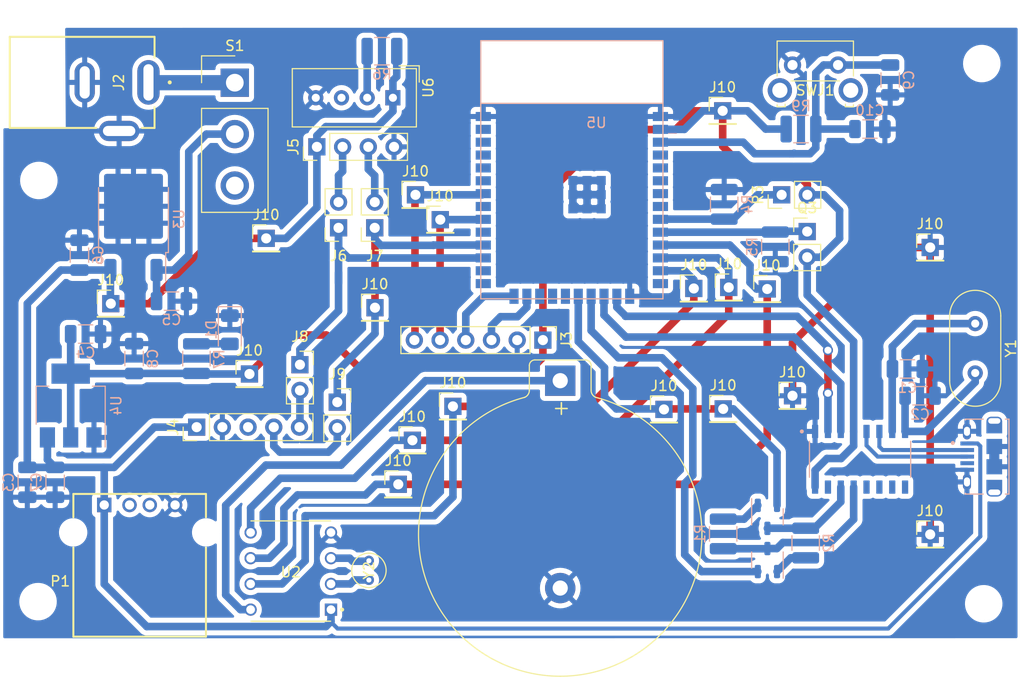
<source format=kicad_pcb>
(kicad_pcb (version 20221018) (generator pcbnew)
  (layers (0 "F.Cu" signal) (31 "B.Cu" signal) (34 "B.Paste" user) (35 "F.Paste" user) (36 "B.SilkS" user "B.Silkscreen") (37 "F.SilkS" user "F.Silkscreen") (38 "B.Mask" user) (39 "F.Mask" user) (44 "Edge.Cuts" user))
  (net 0 "")
  (net 1 "/Vpila")
  (net 2 "GND")
  (net 3 "/XI")
  (net 4 "/XO")
  (net 5 "+5V")
  (net 6 "+3V3")
  (net 7 "VCC")
  (net 8 "Net-(Q1-B)")
  (net 9 "/EN")
  (net 10 "/RST")
  (net 11 "Net-(Q2-B)")
  (net 12 "/ID0")
  (net 13 "/DTR")
  (net 14 "/ADC_PD")
  (net 15 "/ADC_LDR")
  (net 16 "/GPIO_DHT22")
  (net 18 "Net-(U2-X2)")
  (net 19 "Net-(U2-X1)")
  (net 20 "/Vin")
  (net 21 "/-D")
  (net 22 "/+D")
  (net 24 "/SCL")
  (net 25 "/SDA")
  (net 26 "/CSB")
  (net 27 "/SDO")
  (net 28 "/TX{slash}RX_Dir_0")
  (net 29 "/RX0")
  (net 30 "/TX0")
  (net 33 "/Tx")
  (net 34 "/Rx")
  (net 40 "/TX01")
  (net 41 "/RX01")
  (net 42 "/TX pin")
  (net 43 "/RX pin")
  (net 48 "/Data")
  (net 49 "/RESET")
  (net 50 "/CLK")
  (net 53 "/Led prueba")
  (net 63 "Net-(U5-THERMAL@39-PadGND@39)")
  (net 64 "Net-(D1-A)")
  (net 67 "/EN 1")
  (footprint "Connector_PinHeader_2.54mm:PinHeader_1x02_P2.54mm_Vertical" (layer "F.Cu") (at 237 83.825)
    (fp_text reference "Q3")
    (fp_text value "Fototransistor" hide)
  )
  (footprint "Connector_PinSocket_2.54mm:PinSocket_1x02_P2.54mm_Vertical" (layer "F.Cu") (at 190.575 100.68)
    (fp_text reference "J9")
    (fp_text value "Screw_Terminal_01x02" hide)
  )
  (footprint "Connector_Samtec_HPM_THT:Samtec_HPM-03-05-x-S_Straight_1x03_Pitch5.08mm" (layer "F.Cu") (at 180.45 69.12)
    (fp_text reference "S1")
    (fp_text value "RB141C1100" hide)
  )
  (footprint "Connector_PinHeader_2.54mm:PinHeader_1x01_P2.54mm_Vertical" (layer "F.Cu") (at 196.6 108.8)
    (fp_text reference "J10")
    (fp_text value "Screw_Terminal_01x01" hide)
  )
  (footprint "Connector_PinHeader_2.54mm:PinHeader_1x04_P2.54mm_Vertical" (layer "F.Cu") (at 188.56 75.46 90)
    (fp_text reference "J5")
    (fp_text value "Screw_Terminal_01x04" hide)
  )
  (footprint "Connector_PinHeader_2.54mm:PinHeader_1x01_P2.54mm_Vertical" (layer "F.Cu") (at 202 101.1)
    (fp_text reference "J10")
    (fp_text value "Screw_Terminal_01x01" hide)
  )
  (footprint "MountingHole:MountingHole_3.2mm_M3" (layer "F.Cu") (at 254.44 120.6)
    (fp_text reference "H4" hide)
    (fp_text value "MountingHole" hide)
  )
  (footprint "Connector_PinHeader_2.54mm:PinHeader_1x01_P2.54mm_Vertical" (layer "F.Cu") (at 198.3 80.2)
    (fp_text reference "J10")
    (fp_text value "Screw_Terminal_01x01" hide)
  )
  (footprint "Connector_PinHeader_2.54mm:PinHeader_1x01_P2.54mm_Vertical" (layer "F.Cu") (at 249.15 113.75)
    (fp_text reference "J10")
    (fp_text value "Screw_Terminal_01x01" hide)
  )
  (footprint "MountingHole:MountingHole_3.2mm_M3" (layer "F.Cu") (at 161.09 78.78)
    (fp_text reference "H2" hide)
    (fp_text value "MountingHole" hide)
  )
  (footprint "usb:OST_USB-A1HSW6" (layer "F.Cu") (at 171.05 117.35)
    (fp_text reference "P1")
    (fp_text value "USB-A1HSW6")
  )
  (footprint "Connector_PinHeader_2.54mm:PinHeader_1x01_P2.54mm_Vertical" (layer "F.Cu") (at 194.3 91.35)
    (fp_text reference "J10")
    (fp_text value "Screw_Terminal_01x01" hide)
  )
  (footprint "Connector_PinSocket_2.54mm:PinSocket_1x02_P2.54mm_Vertical" (layer "F.Cu") (at 186.885 96.98)
    (fp_text reference "J8")
    (fp_text value "Screw_Terminal_01x02" hide)
  )
  (footprint "Connector_PinHeader_2.54mm:PinHeader_1x01_P2.54mm_Vertical" (layer "F.Cu") (at 181.9 97.9)
    (fp_text reference "J10")
    (fp_text value "Screw_Terminal_01x01" hide)
  )
  (footprint "Battery:BatteryHolder_Keystone_105_1x2430" (layer "F.Cu") (at 212.6 98.56 -90)
    (fp_text reference "BT1" hide)
    (fp_text value "Pila" hide)
  )
  (footprint "Connector_PinHeader_2.54mm:PinHeader_1x05_P2.54mm_Vertical" (layer "F.Cu") (at 176.68 103.15 90)
    (fp_text reference "J4")
    (fp_text value "Screw_Terminal_01x05" hide)
  )
  (footprint "Crystal:Crystal_C38-LF_D3.0mm_L8.0mm_Vertical" (layer "F.Cu") (at 193.7 116.35 -90)
    (fp_text reference "Y2")
    (fp_text value "Crystal" hide)
  )
  (footprint "Connector_PinHeader_2.54mm:PinHeader_1x01_P2.54mm_Vertical" (layer "F.Cu") (at 233.05 89.5)
    (fp_text reference "J10")
    (fp_text value "Screw_Terminal_01x01" hide)
  )
  (footprint "Crystal:Crystal_HC49-4H_Vertical" (layer "F.Cu") (at 253.6 92.92 -90)
    (fp_text reference "Y1")
    (fp_text value "Crystal")
  )
  (footprint "Connector_PinHeader_2.54mm:PinHeader_1x01_P2.54mm_Vertical" (layer "F.Cu") (at 200.75 82.65)
    (fp_text reference "J10")
    (fp_text value "Screw_Terminal_01x01" hide)
  )
  (footprint "MountingHole:MountingHole_3.2mm_M3" (layer "F.Cu") (at 254.25 67.23)
    (fp_text reference "H3" hide)
    (fp_text value "MountingHole" hide)
  )
  (footprint "Connector_PinHeader_2.54mm:PinHeader_1x01_P2.54mm_Vertical" (layer "F.Cu") (at 228.7 101.35)
    (fp_text reference "J10")
    (fp_text value "Screw_Terminal_01x01" hide)
  )
  (footprint "Connector_PinHeader_2.54mm:PinHeader_1x06_P2.54mm_Vertical" (layer "F.Cu") (at 210.89 94.55 -90)
    (fp_text reference "J3")
    (fp_text value "bmp280" hide)
  )
  (footprint "Connector_PinSocket_2.54mm:PinSocket_1x02_P2.54mm_Vertical" (layer "F.Cu") (at 190.7 83.46 180)
    (fp_text reference "J6")
    (fp_text value "Screw_Terminal_01x02" hide)
  )
  (footprint "jack:GCT_DCJ200-10-A-XX-K_REVA" (layer "F.Cu") (at 165.37 69.09 -90)
    (fp_text reference "J2")
    (fp_text value "DCJ200-10-A-XX-K_REVA" hide)
  )
  (footprint "Connector_PinSocket_2.54mm:PinSocket_1x02_P2.54mm_Vertical" (layer "F.Cu") (at 194.275 83.46 180)
    (fp_text reference "J7")
    (fp_text value "Screw_Terminal_01x02" hide)
  )
  (footprint "Sensor:Aosong_DHT11_5.5x12.0_P2.54mm" (layer "F.Cu") (at 196.07 70.61 -90)
    (fp_text reference "U6")
    (fp_text value "DHT11")
  )
  (footprint "Connector_PinHeader_2.54mm:PinHeader_1x01_P2.54mm_Vertical" (layer "F.Cu") (at 229.25 89.35)
    (fp_text reference "J10")
    (fp_text value "Screw_Terminal_01x01" hide)
  )
  (footprint "Connector_PinHeader_2.54mm:PinHeader_1x01_P2.54mm_Vertical" (layer "F.Cu") (at 183.55 84.5)
    (fp_text reference "J10")
    (fp_text value "Screw_Terminal_01x01" hide)
  )
  (footprint "Button_Switch_THT:SW_SPST_Omron_B3F-315x_Angled" (layer "F.Cu") (at 235.549999 67.375)
    (fp_text reference "SWJ1")
    (fp_text value "SW_MEC_5G")
  )
  (footprint "ds1302:DIP794W47P254L991H457Q8" (layer "F.Cu") (at 185.9822 117.369 180)
    (fp_text reference "U2")
    (fp_text value "DS1302" hide)
  )
  (footprint "MountingHole:MountingHole_3.2mm_M3" (layer "F.Cu") (at 161.01 120.39)
    (fp_text reference "H1" hide)
    (fp_text value "MountingHole" hide)
  )
  (footprint "Connector_PinHeader_2.54mm:PinHeader_1x01_P2.54mm_Vertical" (layer "F.Cu") (at 225.8 89.45)
    (fp_text reference "J10")
    (fp_text value "Screw_Terminal_01x01" hide)
  )
  (footprint "Connector_PinHeader_2.54mm:PinHeader_1x01_P2.54mm_Vertical" (layer "F.Cu") (at 198 104.45)
    (fp_text reference "J10")
    (fp_text value "Screw_Terminal_01x01" hide)
  )
  (footprint "Connector_PinHeader_2.54mm:PinHeader_1x01_P2.54mm_Vertical" (layer "F.Cu") (at 235.55 100.05)
    (fp_text reference "J10")
    (fp_text value "Screw_Terminal_01x01" hide)
  )
  (footprint "Connector_PinHeader_2.54mm:PinHeader_1x02_P2.54mm_Vertical" (layer "F.Cu") (at 234.475 80.2 90)
    (fp_text reference "R3")
    (fp_text value "LDR07" hide)
  )
  (footprint "Connector_PinHeader_2.54mm:PinHeader_1x01_P2.54mm_Vertical" (layer "F.Cu") (at 222.85 101.4)
    (fp_text reference "J10")
    (fp_text value "Screw_Terminal_01x01" hide)
  )
  (footprint "Connector_PinHeader_2.54mm:PinHeader_1x01_P2.54mm_Vertical" (layer "F.Cu") (at 168.2 90.95)
    (fp_text reference "J10")
    (fp_text value "Screw_Terminal_01x01" hide)
  )
  (footprint "Connector_PinHeader_2.54mm:PinHeader_1x01_P2.54mm_Vertical" (layer "F.Cu") (at 228.65 71.9)
    (fp_text reference "J10")
    (fp_text value "Screw_Terminal_01x01" hide)
  )
  (footprint "Connector_PinHeader_2.54mm:PinHeader_1x01_P2.54mm_Vertical" (layer "F.Cu") (at 249.15 85.4)
    (fp_text reference "J10")
    (fp_text value "Screw_Terminal_01x01" hide)
  )
  (footprint "Capacitor_SMD:C_1206_3216Metric" (layer "B.Cu") (at 243.2 73.7 180)
    (fp_text reference "C10")
    (fp_text value "0.1u")
  )
  (footprint "Resistor_SMD:R_1210_3225Metric" (layer "B.Cu") (at 228.8 81.1375 90)
    (fp_text reference "R4")
    (fp_text value "5,6K")
  )
  (footprint "micro usb:AMPHENOL_10118194-0001LF" (layer "B.Cu") (at 255.4853 106.06265 -90)
    (fp_text reference "J1" hide)
    (fp_text value "10118194-0001LF" hide)
  )
  (footprint "Capacitor_SMD:C_1206_3216Metric" (layer "B.Cu") (at 174.1932 90.7034)
    (fp_text reference "C5")
    (fp_text value "10u")
  )
  (footprint "esp32:ESP32-WROOM-32E" (layer "B.Cu") (at 213.75 80.715 180)
    (fp_text reference "U5")
    (fp_text value "ESP32-WROOM-32E" hide)
  )
  (footprint "Package_TO_SOT_SMD:SOT-23-3" (layer "B.Cu") (at 233.0704 112.014 -90)
    (fp_text reference "Q1" hide)
    (fp_text value "BC847" hide)
  )
  (footprint "LED_SMD:LED_1206_3216Metric" (layer "B.Cu") (at 179.96 93.53 -90)
    (fp_text reference "D1")
    (fp_text value "LED")
  )
  (footprint "Capacitor_SMD:C_1206_3216Metric" (layer "B.Cu") (at 170.5 96.375 90)
    (fp_text reference "C8")
    (fp_text value "10u")
  )
  (footprint "Resistor_SMD:R_1210_3225Metric" (layer "B.Cu") (at 176.66 96.38 90)
    (fp_text reference "R7")
    (fp_text value "330")
  )
  (footprint "Capacitor_SMD:C_1206_3216Metric" (layer "B.Cu") (at 165.1 86.1568 90)
    (fp_text reference "C6")
    (fp_text value "10u")
  )
  (footprint "Package_TO_SOT_SMD:SOT-223-3_TabPin2" (layer "B.Cu") (at 164.2364 101.0158 90)
    (fp_text reference "U4")
    (fp_text value "AMS1117")
  )
  (footprint "Capacitor_SMD:C_1206_3216Metric" (layer "B.Cu") (at 245.2 68.85 90)
    (fp_text reference "C9")
    (fp_text value "0.1u")
  )
  (footprint "Package_TO_SOT_SMD:TO-252-2" (layer "B.Cu") (at 170.44 82.59 90)
    (fp_text reference "U3")
    (fp_text value "KA78M05_TO252" hide)
  )
  (footprint "Capacitor_SMD:C_1206_3216Metric" (layer "B.Cu") (at 159.95 108.6 -90)
    (fp_text reference "C3")
    (fp_text value "0,1uF")
  )
  (footprint "Capacitor_SMD:C_1206_3216Metric" (layer "B.Cu") (at 248.15 100.05)
    (fp_text reference "C2")
    (fp_text value "22n")
  )
  (footprint "Capacitor_SMD:C_1206_3216Metric" (layer "B.Cu") (at 162.7 108.6 -90)
    (fp_text reference "C7")
    (fp_text value "10u")
  )
  (footprint "Resistor_SMD:R_1210_3225Metric" (layer "B.Cu") (at 233.85 85.3375 -90)
    (fp_text reference "R5")
    (fp_text value "1M")
  )
  (footprint "Resistor_SMD:R_1210_3225Metric" (layer "B.Cu") (at 236.85 114.6 90)
    (fp_text reference "R2")
    (fp_text value "10k")
  )
  (footprint "Capacitor_SMD:C_1206_3216Metric" (layer "B.Cu") (at 165.7078 93.9546)
    (fp_text reference "C4")
    (fp_text value "10uF")
  )
  (footprint "Resistor_SMD:R_1210_3225Metric" (layer "B.Cu") (at 194.9875 66.01)
    (fp_text reference "R6")
    (fp_text value "4,7K")
  )
  (footprint "Resistor_SMD:R_1210_3225Metric" (layer "B.Cu") (at 228.7 113.7 -90)
    (fp_text reference "R1")
    (fp_text value "10k")
  )
  (footprint "Package_TO_SOT_SMD:SOT-23-3" (layer "B.Cu") (at 233.0704 116.2812 90)
    (fp_text reference "Q2" hide)
    (fp_text value "BC847" hide)
  )
  (footprint "Resistor_SMD:R_1210_3225Metric" (layer "B.Cu") (at 236.3875 73.7 180)
    (fp_text reference "R9")
    (fp_text value "4.7k")
  )
  (footprint "ch340:SOIC127P600X180-16N" (layer "B.Cu") (at 242.225 106.3244 -90)
    (fp_text reference "U1" hide)
    (fp_text value "CH340G" hide)
  )
  (footprint "Capacitor_SMD:C_1206_3216Metric" (layer "B.Cu") (at 246.9 97.4)
    (fp_text reference "C1")
    (fp_text value "22n")
  )
  (segment (start 181.009 121.179) (end 182.0122 121.179) (width 0.75) (layer "B.Cu") (net 1))
  (segment (start 190.95 106.9) (end 183.52 106.9) (width 0.75) (layer "B.Cu") (net 1))
  (segment (start 179.55 110.87) (end 179.55 119.72) (width 0.75) (layer "B.Cu") (net 1))
  (segment (start 212.6 98.56) (end 199.29 98.56) (width 0.75) (layer "B.Cu") (net 1))
  (segment (start 183.52 106.9) (end 179.55 110.87) (width 0.75) (layer "B.Cu") (net 1))
  (segment (start 199.29 98.56) (end 190.95 106.9) (width 0.75) (layer "B.Cu") (net 1))
  (segment (start 179.55 119.72) (end 181.009 121.179) (width 0.75) (layer "B.Cu") (net 1))
  (segment (start 235.55 100.05) (end 235.55 94.8) (width 0.75) (layer "F.Cu") (net 2))
  (segment (start 244.95 85.4) (end 249.15 85.4) (width 0.75) (layer "F.Cu") (net 2))
  (segment (start 249.15 85.4) (end 249.15 113.75) (width 0.75) (layer "F.Cu") (net 2))
  (segment (start 235.55 94.8) (end 244.95 85.4) (width 0.75) (layer "F.Cu") (net 2))
  (segment (start 250.8 107.55) (end 250.98735 107.36265) (width 0.4) (layer "B.Cu") (net 2))
  (segment (start 250.98735 107.36265) (end 252.8103 107.36265) (width 0.4) (layer "B.Cu") (net 2))
  (segment (start 255.4853 105.06265) (end 255.4853 107.06265) (width 1) (layer "B.Cu") (net 2))
  (segment (start 255.1853 107.36265) (end 255.4853 107.06265) (width 0.4) (layer "B.Cu") (net 2))
  (segment (start 245.4 97.425) (end 245.425 97.4) (width 0.75) (layer "B.Cu") (net 3))
  (segment (start 245.4 95.2) (end 245.425 95.225) (width 0.75) (layer "B.Cu") (net 3))
  (segment (start 245.425 97.4) (end 245.3 97.4) (width 0.75) (layer "B.Cu") (net 3))
  (segment (start 245.425 95.225) (end 245.425 97.4) (width 0.75) (layer "B.Cu") (net 3))
  (segment (start 253.6 92.92) (end 247.68 92.92) (width 0.75) (layer "B.Cu") (net 3))
  (segment (start 245.4 103.5744) (end 245.4 97.425) (width 0.75) (layer "B.Cu") (net 3))
  (segment (start 247.68 92.92) (end 245.4 95.2) (width 0.75) (layer "B.Cu") (net 3))
  (segment (start 246.67 100.055) (end 246.675 100.05) (width 0.75) (layer "B.Cu") (net 4))
  (segment (start 246.67 103.5744) (end 246.67 100.055) (width 0.75) (layer "B.Cu") (net 4))
  (segment (start 248.7256 103.5744) (end 253.6 98.7) (width 0.75) (layer "B.Cu") (net 4))
  (segment (start 253.6 98.7) (end 253.6 97.8) (width 0.75) (layer "B.Cu") (net 4))
  (segment (start 246.67 103.5744) (end 248.7256 103.5744) (width 0.75) (layer "B.Cu") (net 4))
  (segment (start 183.55 84.5) (end 178.45 84.5) (width 0.75) (layer "F.Cu") (net 5))
  (segment (start 172 90.95) (end 168.2 90.95) (width 0.75) (layer "F.Cu") (net 5))
  (segment (start 178.45 84.5) (end 172 90.95) (width 0.75) (layer "F.Cu") (net 5))
  (segment (start 189.45 73.46) (end 188.56 74.35) (width 0.75) (layer "B.Cu") (net 5))
  (segment (start 159.95 90.95) (end 159.95 107.125) (width 0.75) (layer "B.Cu") (net 5))
  (segment (start 252.8103 104.76265) (end 253.8353 104.76265) (width 0.4) (layer "B.Cu") (net 5))
  (segment (start 189.9522 122.4022) (end 189.9522 121.179) (width 0.4) (layer "B.Cu") (net 5))
  (segment (start 190.6 123.05) (end 189.9522 122.4022) (width 0.4) (layer "B.Cu") (net 5))
  (segment (start 254.1 113.9) (end 254.1 113.95) (width 0.4) (layer "B.Cu") (net 5))
  (segment (start 183.55 84.5) (end 185.5 84.5) (width 0.75) (layer "B.Cu") (net 5))
  (segment (start 168.16 87.63) (end 165.1018 87.63) (width 0.75) (layer "B.Cu") (net 5))
  (segment (start 161.9364 106.3614) (end 162.7 107.125) (width 0.75) (layer "B.Cu") (net 5))
  (segment (start 163.2682 87.6318) (end 159.95 90.95) (width 0.75) (layer "B.Cu") (net 5))
  (segment (start 167.475 107.125) (end 167.55 107.2) (width 0.75) (layer "B.Cu") (net 5))
  (segment (start 161.9364 104.1658) (end 161.9364 106.3614) (width 0.75) (layer "B.Cu") (net 5))
  (segment (start 194.55 73.46) (end 189.45 73.46) (width 0.75) (layer "B.Cu") (net 5))
  (segment (start 176.68 103.15) (end 172.5 103.15) (width 0.75) (layer "B.Cu") (net 5))
  (segment (start 254.1 113.95) (end 245 123.05) (width 0.4) (layer "B.Cu") (net 5))
  (segment (start 189.9522 121.179) (end 189.9522 122.3478) (width 0.75) (layer "B.Cu") (net 5))
  (segment (start 159.95 107.125) (end 167.475 107.125) (width 0.75) (layer "B.Cu") (net 5))
  (segment (start 188.56 74.35) (end 188.56 75.46) (width 0.75) (layer "B.Cu") (net 5))
  (segment (start 196.07 68.89) (end 196.07 70.61) (width 0.75) (layer "B.Cu") (net 5))
  (segment (start 196.07 70.61) (end 196.07 71.94) (width 0.75) (layer "B.Cu") (net 5))
  (segment (start 196.07 71.94) (end 194.55 73.46) (width 0.75) (layer "B.Cu") (net 5))
  (segment (start 168.525 107.125) (end 167.475 107.125) (width 0.75) (layer "B.Cu") (net 5))
  (segment (start 196.45 66.01) (end 196.45 68.51) (width 0.75) (layer "B.Cu") (net 5))
  (segment (start 189.9522 122.3478) (end 189.45 122.85) (width 0.75) (layer "B.Cu") (net 5))
  (segment (start 167.55 107.2) (end 167.55 110.84) (width 0.75) (layer "B.Cu") (net 5))
  (segment (start 245 123.05) (end 190.6 123.05) (width 0.4) (layer "B.Cu") (net 5))
  (segment (start 168.16 87.63) (end 168.16 90.91) (width 0.75) (layer "B.Cu") (net 5))
  (segment (start 167.55 118.65) (end 167.55 110.84) (width 0.75) (layer "B.Cu") (net 5))
  (segment (start 189.45 122.85) (end 171.75 122.85) (width 0.75) (layer "B.Cu") (net 5))
  (segment (start 168.16 90.91) (end 168.2 90.95) (width 0.75) (layer "B.Cu") (net 5))
  (segment (start 188.56 81.44) (end 188.56 75.46) (width 0.75) (layer "B.Cu") (net 5))
  (segment (start 172.5 103.15) (end 168.525 107.125) (width 0.75) (layer "B.Cu") (net 5))
  (segment (start 254.1 105.02735) (end 254.1 113.9) (width 0.4) (layer "B.Cu") (net 5))
  (segment (start 165.1018 87.63) (end 165.1 87.6318) (width 0.75) (layer "B.Cu") (net 5))
  (segment (start 196.45 68.51) (end 196.07 68.89) (width 0.75) (layer "B.Cu") (net 5))
  (segment (start 171.75 122.85) (end 167.55 118.65) (width 0.75) (layer "B.Cu") (net 5))
  (segment (start 185.5 84.5) (end 188.56 81.44) (width 0.75) (layer "B.Cu") (net 5))
  (segment (start 165.1 87.6318) (end 163.2682 87.6318) (width 0.75) (layer "B.Cu") (net 5))
  (segment (start 253.8353 104.76265) (end 254.1 105.02735) (width 0.4) (layer "B.Cu") (net 5))
  (segment (start 210.89 80.56) (end 217.7 73.75) (width 0.75) (layer "F.Cu") (net 6))
  (segment (start 237.015 79.165) (end 237.015 80.2) (width 0.75) (layer "F.Cu") (net 6))
  (segment (start 230.85 77.6) (end 235.45 77.6) (width 0.75) (layer "F.Cu") (net 6))
  (segment (start 181.9 97.9) (end 181.9 97.85) (width 0.75) (layer "F.Cu") (net 6))
  (segment (start 225.85 71.9) (end 228.65 71.9) (width 0.75) (layer "F.Cu") (net 6))
  (segment (start 224 73.75) (end 225.85 71.9) (width 0.75) (layer "F.Cu") (net 6))
  (segment (start 210.89 94.55) (end 210.89 80.56) (width 0.75) (layer "F.Cu") (net 6))
  (segment (start 209.95 97.2) (end 210.89 96.26) (width 0.75) (layer "F.Cu") (net 6))
  (segment (start 228.65 71.9) (end 228.65 75.4) (width 0.75) (layer "F.Cu") (net 6))
  (segment (start 228.65 75.4) (end 230.85 77.6) (width 0.75) (layer "F.Cu") (net 6))
  (segment (start 189.5 94.05) (end 192.65 97.2) (width 0.75) (layer "F.Cu") (net 6))
  (segment (start 210.89 96.26) (end 210.89 94.55) (width 0.75) (layer "F.Cu") (net 6))
  (segment (start 185.7 94.05) (end 189.5 94.05) (width 0.75) (layer "F.Cu") (net 6))
  (segment (start 217.7 73.75) (end 224 73.75) (width 0.75) (layer "F.Cu") (net 6))
  (segment (start 181.9 97.85) (end 185.7 94.05) (width 0.75) (layer "F.Cu") (net 6))
  (segment (start 235.45 77.6) (end 237.015 79.165) (width 0.75) (layer "F.Cu") (net 6))
  (segment (start 192.65 97.2) (end 209.95 97.2) (width 0.75) (layer "F.Cu") (net 6))
  (segment (start 181.85 97.9) (end 181.9 97.85) (width 0.75) (layer "B.Cu") (net 6))
  (segment (start 231.1 71.9) (end 228.65 71.9) (width 0.75) (layer "B.Cu") (net 6))
  (segment (start 237.78 107.42) (end 237.78 109.0744) (width 0.75) (layer "B.Cu") (net 6))
  (segment (start 164.2328 97.8622) (end 164.2364 97.8658) (width 0.75) (layer "B.Cu") (net 6))
  (segment (start 170.5075 97.8425) (end 170.5 97.85) (width 0.75) (layer "B.Cu") (net 6))
  (segment (start 241.59 94.69) (end 237 90.1) (width 0.75) (layer "B.Cu") (net 6))
  (segment (start 238.335 86.365) (end 237 86.365) (width 0.75) (layer "B.Cu") (net 6))
  (segment (start 241.59 105.01) (end 240.35 106.25) (width 0.75) (layer "B.Cu") (net 6))
  (segment (start 238.95 106.25) (end 237.78 107.42) (width 0.75) (layer "B.Cu") (net 6))
  (segment (start 222.5 73.73) (end 224.87 73.73) (width 0.75) (layer "B.Cu") (net 6))
  (segment (start 240.2 84.5) (end 238.335 86.365) (width 0.75) (layer "B.Cu") (net 6))
  (segment (start 176.66 97.8425) (end 176.7175 97.9) (width 0.75) (layer "B.Cu") (net 6))
  (segment (start 237.015 80.2) (end 238.65 80.2) (width 0.75) (layer "B.Cu") (net 6))
  (segment (start 237 90.1) (end 237 86.365) (width 0.75) (layer "B.Cu") (net 6))
  (segment (start 240.2 81.75) (end 240.2 84.5) (width 0.75) (layer "B.Cu") (net 6))
  (segment (start 176.7175 97.9) (end 181.85 97.9) (width 0.75) (layer "B.Cu") (net 6))
  (segment (start 241.59 103.5744) (end 241.59 94.69) (width 0.75) (layer "B.Cu") (net 6))
  (segment (start 164.2328 93.9546) (end 164.2328 97.8622) (width 0.75) (layer "B.Cu") (net 6))
  (segment (start 240.35 106.25) (end 238.95 106.25) (width 0.75) (layer "B.Cu") (net 6))
  (segment (start 164.2364 97.8658) (end 170.4842 97.8658) (width 0.75) (layer "B.Cu") (net 6))
  (segment (start 234.925 73.7) (end 232.9 73.7) (width 0.75) (layer "B.Cu") (net 6))
  (segment (start 176.66 97.8425) (end 170.5075 97.8425) (width 0.75) (layer "B.Cu") (net 6))
  (segment (start 234.895 73.73) (end 234.925 73.7) (width 0.75) (layer "B.Cu") (net 6))
  (segment (start 224.87 73.73) (end 226.7 71.9) (width 0.75) (layer "B.Cu") (net 6))
  (segment (start 241.59 103.5744) (end 241.59 105.01) (width 0.75) (layer "B.Cu") (net 6))
  (segment (start 232.9 73.7) (end 231.1 71.9) (width 0.75) (layer "B.Cu") (net 6))
  (segment (start 238.65 80.2) (end 240.2 81.75) (width 0.75) (layer "B.Cu") (net 6))
  (segment (start 170.4842 97.8658) (end 170.5 97.85) (width 0.75) (layer "B.Cu") (net 6))
  (segment (start 226.7 71.9) (end 228.65 71.9) (width 0.75) (layer "B.Cu") (net 6))
  (segment (start 164.2364 97.8658) (end 164.2364 104.1658) (width 0.75) (layer "B.Cu") (net 6))
  (segment (start 172.72 87.63) (end 172.72 90.7016) (width 0.75) (layer "B.Cu") (net 7))
  (segment (start 172.72 87.63) (end 174.42 87.63) (width 0.75) (layer "B.Cu") (net 7))
  (segment (start 177.65 74.2) (end 180.45 74.2) (width 0.75) (layer "B.Cu") (net 7))
  (segment (start 175.9 75.95) (end 177.65 74.2) (width 0.75) (layer "B.Cu") (net 7))
  (segment (start 175.9 86.15) (end 175.9 75.95) (width 0.75) (layer "B.Cu") (net 7))
  (segment (start 174.42 87.63) (end 175.9 86.15) (width 0.75) (layer "B.Cu") (net 7))
  (segment (start 172.72 90.7016) (end 172.7182 90.7034) (width 0.75) (layer "B.Cu") (net 7))
  (segment (start 230.7594 112.2375) (end 232.1204 110.8765) (width 0.75) (layer "B.Cu") (net 8))
  (segment (start 228.7 112.2375) (end 230.7594 112.2375) (width 0.75) (layer "B.Cu") (net 8))
  (segment (start 238.625 67.375) (end 237.85 68.15) (width 0.75) (layer "B.Cu") (net 9))
  (segment (start 245.2 67.375) (end 240.049999 67.375) (width 0.75) (layer "B.Cu") (net 9))
  (segment (start 222.5 75) (end 230.68 75) (width 0.75) (layer "B.Cu") (net 9))
  (segment (start 230.68 75) (end 231.82 76.14) (width 0.75) (layer "B.Cu") (net 9))
  (segment (start 237.85 68.15) (end 237.85 73.7) (width 0.75) (layer "B.Cu") (net 9))
  (segment (start 237.85 73.7) (end 237.85 75.56) (width 0.75) (layer "B.Cu") (net 9))
  (segment (start 237.27 76.14) (end 235.25 76.14) (width 0.75) (layer "B.Cu") (net 9))
  (segment (start 231.82 76.14) (end 235.25 76.14) (width 0.75) (layer "B.Cu") (net 9))
  (segment (start 237.85 75.56) (end 237.27 76.14) (width 0.75) (layer "B.Cu") (net 9))
  (segment (start 237.85 73.7) (end 241.725 73.7) (width 0.75) (layer "B.Cu") (net 9))
  (segment (start 240.049999 67.375) (end 238.625 67.375) (width 0.75) (layer "B.Cu") (net 9))
  (segment (start 235.71 76.09) (end 235.66 76.14) (width 0.75) (layer "B.Cu") (net 9))
  (segment (start 235.25 76.14) (end 235.66 76.14) (width 0.75) (layer "B.Cu") (net 9))
  (segment (start 237.7125 113.1375) (end 240.32 110.53) (width 0.75) (layer "B.Cu") (net 10))
  (segment (start 236.85 113.1375) (end 237.7125 113.1375) (width 0.75) (layer "B.Cu") (net 10))
  (segment (start 236.85 113.1375) (end 233.0844 113.1375) (width 0.75) (layer "B.Cu") (net 10))
  (segment (start 240.32 110.53) (end 240.32 109.0744) (width 0.75) (layer "B.Cu") (net 10))
  (segment (start 233.0844 113.1375) (end 233.0704 113.1515) (width 0.75) (layer "B.Cu") (net 10))
  (segment (start 236.85 116.0625) (end 235.3766 116.0625) (width 0.75) (layer "B.Cu") (net 11))
  (segment (start 235.3766 116.0625) (end 234.0204 117.4187) (width 0.75) (layer "B.Cu") (net 11))
  (segment (start 222.65 96.3) (end 225.7 99.35) (width 0.75) (layer "B.Cu") (net 12))
  (segment (start 225.7 99.35) (end 225.7 107.9) (width 0.75) (layer "B.Cu") (net 12))
  (segment (start 224.9 115.75) (end 226.5687 117.4187) (width 0.75) (layer "B.Cu") (net 12))
  (segment (start 224.9 108.7) (end 224.9 115.75) (width 0.75) (layer "B.Cu") (net 12))
  (segment (start 226.5687 117.4187) (end 232.1204 117.4187) (width 0.75) (layer "B.Cu") (net 12))
  (segment (start 225.7 107.9) (end 224.9 108.7) (width 0.75) (layer "B.Cu") (net 12))
  (segment (start 215.655 93.605) (end 218.35 96.3) (width 0.75) (layer "B.Cu") (net 12))
  (segment (start 218.35 96.3) (end 222.65 96.3) (width 0.75) (layer "B.Cu") (net 12))
  (segment (start 215.655 90.22) (end 215.655 93.605) (width 0.75) (layer "B.Cu") (net 12))
  (segment (start 228.7 115.1625) (end 233.0516 115.1625) (width 0.75) (layer "B.Cu") (net 13))
  (segment (start 241.59 112.26) (end 241.59 109.0744) (width 0.75) (layer "B.Cu") (net 13))
  (segment (start 234.6 114.55) (end 239.3 114.55) (width 0.75) (layer "B.Cu") (net 13))
  (segment (start 234.0063 115.1437) (end 234.6 114.55) (width 0.75) (layer "B.Cu") (net 13))
  (segment (start 239.3 114.55) (end 241.59 112.26) (width 0.75) (layer "B.Cu") (net 13))
  (segment (start 233.0516 115.1625) (end 233.0704 115.1437) (width 0.75) (layer "B.Cu") (net 13))
  (segment (start 233.0704 115.1437) (end 234.0063 115.1437) (width 0.75) (layer "B.Cu") (net 13))
  (segment (start 233.835 83.89) (end 233.925 83.8) (width 0.75) (layer "B.Cu") (net 14))
  (segment (start 233.925 83.8) (end 236.975 83.8) (width 0.75) (layer "B.Cu") (net 14))
  (segment (start 222.5 83.89) (end 233.835 83.89) (width 0.75) (layer "B.Cu") (net 14))
  (segment (start 236.975 83.8) (end 237 83.825) (width 0.75) (layer "B.Cu") (net 14))
  (segment (start 228.8 82.6) (end 222.52 82.6) (width 0.75) (layer "B.Cu") (net 15))
  (segment (start 232.09 80.2) (end 234.475 80.2) (width 0.75) (layer "B.Cu") (net 15))
  (segment (start 229.69 82.6) (end 232.09 80.2) (width 0.75) (layer "B.Cu") (net 15))
  (segment (start 228.8 82.6) (end 229.69 82.6) (width 0.75) (layer "B.Cu") (net 15))
  (segment (start 222.52 82.6) (end 222.5 82.62) (width 0.75) (layer "B.Cu") (net 15))
  (segment (start 193.53 70.61) (end 193.53 66.015) (width 0.75) (layer "B.Cu") (net 16))
  (segment (start 193.53 66.015) (end 193.525 66.01) (width 0.75) (layer "B.Cu") (net 16))
  (segment (start 193.65 116.4) (end 193.7 116.35) (width 0.75) (layer "B.Cu") (net 18))
  (segment (start 191.799 116.099) (end 192.1 116.4) (width 0.75) (layer "B.Cu") (net 18))
  (segment (start 189.9522 116.099) (end 191.799 116.099) (width 0.75) (layer "B.Cu") (net 18))
  (segment (start 192.1 116.4) (end 193.65 116.4) (width 0.75) (layer "B.Cu") (net 18))
  (segment (start 192.25 118.25) (end 193.7 118.25) (width 0.75) (layer "B.Cu") (net 19))
  (segment (start 189.9522 118.639) (end 191.861 118.639) (width 0.75) (layer "B.Cu") (net 19))
  (segment (start 191.861 118.639) (end 192.25 118.25) (width 0.75) (layer "B.Cu") (net 19))
  (segment (start 180.45 69.12) (end 171.95 69.12) (width 1.5) (layer "B.Cu") (net 20))
  (segment (start 171.95 69.12) (end 171.92 69.09) (width 1.5) (layer "B.Cu") (net 20))
  (segment (start 244.13 103.5744) (end 244.13 105.08) (width 0.4) (layer "B.Cu") (net 21))
  (segment (start 244.13 105.08) (end 244.46265 105.41265) (width 0.4) (layer "B.Cu") (net 21))
  (segment (start 244.46265 105.41265) (end 252.8103 105.41265) (width 0.4) (layer "B.Cu") (net 21))
  (segment (start 242.86 104.96) (end 242.86 103.5744) (width 0.4) (layer "B.Cu") (net 22))
  (segment (start 252.8103 106.06265) (end 243.96265 106.06265) (width 0.4) (layer "B.Cu") (net 22))
  (segment (start 243.96265 106.06265) (end 242.86 104.96) (width 0.4) (layer "B.Cu") (net 22))
  (segment (start 209.305 90.22) (end 209.305 91.3) (width 0.75) (layer "B.Cu") (net 24))
  (segment (start 209.305 91.3) (end 208.365 92.24) (width 0.75) (layer "B.Cu") (net 24))
  (segment (start 205.81 93.13) (end 205.81 94.55) (width 0.75) (layer "B.Cu") (net 24))
  (segment (start 206.7 92.24) (end 205.81 93.13) (width 0.75) (layer "B.Cu") (net 24))
  (segment (start 208.365 92.24) (end 206.7 92.24) (width 0.75) (layer "B.Cu") (net 24))
  (segment (start 205.04 90.22) (end 208.035 90.22) (width 0.75) (layer "B.Cu") (net 25))
  (segment (start 203.27 91.99) (end 205.04 90.22) (width 0.75) (layer "B.Cu") (net 25))
  (segment (start 203.27 94.55) (end 203.27 91.99) (width 0.75) (layer "B.Cu") (net 25))
  (segment (start 200.75 82.65) (end 200.73 82.67) (width 0.75) (layer "F.Cu") (net 26))
  (segment (start 200.73 82.67) (end 200.73 94.55) (width 0.75) (layer "F.Cu") (net 26))
  (segment (start 200.91 82.65) (end 204.97 82.65) (width 0.75) (layer "B.Cu") (net 26))
  (segment (start 204.97 82.65) (end 205 82.62) (width 0.75) (layer "B.Cu") (net 26))
  (segment (start 200.88 82.62) (end 200.91 82.65) (width 0.75) (layer "B.Cu") (net 26))
  (segment (start 198.25 94.49) (end 198.19 94.55) (width 0.75) (layer "F.Cu") (net 27))
  (segment (start 198.25 80.2) (end 198.25 94.49) (width 0.75) (layer "F.Cu") (net 27))
  (segment (start 198.25 80.2) (end 204.88 80.2) (width 0.75) (layer "B.Cu") (net 27))
  (segment (start 204.88 80.2) (end 205 80.08) (width 0.75) (layer "B.Cu") (net 27))
  (segment (start 189.7 105.62) (end 184.91 105.62) (width 0.75) (layer "B.Cu") (net 29))
  (segment (start 184.91 105.62) (end 184.3 105.01) (width 0.75) (layer "B.Cu") (net 29))
  (segment (start 184.3 105.01) (end 184.3 103.15) (width 0.75) (layer "B.Cu") (net 29))
  (segment (start 190.575 103.22) (end 190.575 104.745) (width 0.75) (layer "B.Cu") (net 29))
  (segment (start 190.575 104.745) (end 189.7 105.62) (width 0.75) (layer "B.Cu") (net 29))
  (segment (start 186.885 99.52) (end 186.885 103.105) (width 0.75) (layer "B.Cu") (net 30))
  (segment (start 186.885 103.105) (end 186.84 103.15) (width 0.75) (layer "B.Cu") (net 30))
  (segment (start 239.05 95.55) (end 239.05 99.8) (width 0.75) (layer "F.Cu") (net 33))
  (via (at 239.05 99.8) (size 1) (drill 0.7) (layers "F.Cu" "B.Cu") (net 33))
  (via (at 239.05 95.55) (size 1) (drill 0.7) (layers "F.Cu" "B.Cu") (net 33))
  (segment (start 219.05 92.2) (end 219.05 92.155) (width 0.75) (layer "B.Cu") (net 33))
  (segment (start 239.05 95.55) (end 239.05 95.25) (width 0.75) (layer "B.Cu") (net 33))
  (segment (start 236 92.2) (end 219.05 92.2) (width 0.75) (layer "B.Cu") (net 33))
  (segment (start 219.05 92.155) (end 218.195 91.3) (width 0.75) (layer "B.Cu") (net 33))
  (segment (start 239.05 95.25) (end 236 92.2) (width 0.75) (layer "B.Cu") (net 33))
  (segment (start 239.05 99.8) (end 239.05 103.5744) (width 0.75) (layer "B.Cu") (net 33))
  (segment (start 218.195 91.3) (end 218.195 90.22) (width 0.75) (layer "B.Cu") (net 33))
  (segment (start 240.32 103.5744) (end 240.32 98.87) (width 0.75) (layer "B.Cu") (net 34))
  (segment (start 216.925 92.075) (end 216.925 90.22) (width 0.75) (layer "B.Cu") (net 34))
  (segment (start 235.7 94.25) (end 219.1 94.25) (width 0.75) (layer "B.Cu") (net 34))
  (segment (start 240.32 98.87) (end 235.7 94.25) (width 0.75) (layer "B.Cu") (net 34))
  (segment (start 219.1 94.25) (end 216.925 92.075) (width 0.75) (layer "B.Cu") (net 34))
  (segment (start 190.7 78.28) (end 190.7 80.92) (width 0.75) (layer "B.Cu") (net 40))
  (segment (start 191.1 75.46) (end 191.1 77.88) (width 0.75) (layer "B.Cu") (net 40))
  (segment (start 191.1 77.88) (end 190.7 78.28) (width 0.75) (layer "B.Cu") (net 40))
  (segment (start 193.64 75.46) (end 193.64 77.67) (width 0.75) (layer "B.Cu") (net 41))
  (segment (start 193.64 77.67) (end 194.275 78.305) (width 0.75) (layer "B.Cu") (net 41))
  (segment (start 194.275 78.305) (end 194.275 80.92) (width 0.75) (layer "B.Cu") (net 41))
  (segment (start 204.99 86.44) (end 205 86.43) (width 0.75) (layer "B.Cu") (net 42))
  (segment (start 190.7 83.46) (end 190.7 85.47) (width 0.75) (layer "B.Cu") (net 42))
  (segment (start 190.7 85.47) (end 191.67 86.44) (width 0.75) (layer "B.Cu") (net 42))
  (segment (start 191.67 86.44) (end 204.99 86.44) (width 0.75) (layer "B.Cu") (net 42))
  (segment (start 186.885 96.98) (end 186.885 95.465) (width 0.75) (layer "B.Cu") (net 42))
  (segment (start 190.7 88.91) (end 190.7 83.46) (width 0.75) (layer "B.Cu") (net 42))
  (segment (start 186.885 95.465) (end 190.7 91.65) (width 0.75) (layer "B.Cu") (net 42))
  (segment (start 190.7 91.65) (end 190.7 87.9) (width 0.75) (layer "B.Cu") (net 42))
  (segment (start 194.3 83.485) (end 194.275 83.46) (width 0.75) (layer "F.Cu") (net 43))
  (segment (start 194.3 91.2) (end 194.3 83.485) (width 0.75) (layer "F.Cu") (net 43))
  (segment (start 194.89 85.19) (end 200.09 85.19) (width 0.75) (layer "B.Cu") (net 43))
  (segment (start 194.275 84.575) (end 194.89 85.19) (width 0.75) (layer "B.Cu") (net 43))
  (segment (start 200.06 85.16) (end 205 85.16) (width 0.75) (layer "B.Cu") (net 43))
  (segment (start 194.3 93.9) (end 190.575 97.625) (width 0.75) (layer "B.Cu") (net 43))
  (segment (start 200.09 85.19) (end 200.06 85.16) (width 0.75) (layer "B.Cu") (net 43))
  (segment (start 194.275 83.46) (end 194.275 84.575) (width 0.75) (layer "B.Cu") (net 43))
  (segment (start 190.575 97.625) (end 190.575 100.68) (width 0.75) (layer "B.Cu") (net 43))
  (segment (start 194.3 91.2) (end 194.3 93.9) (width 0.75) (layer "B.Cu") (net 43))
  (segment (start 196.6 108.8) (end 228.55 108.8) (width 0.75) (layer "F.Cu") (net 48))
  (segment (start 228.55 108.8) (end 233.05 104.3) (width 0.75) (layer "F.Cu") (net 48))
  (segment (start 233.05 104.3) (end 233.05 89.5) (width 0.75) (layer "F.Cu") (net 48))
  (segment (start 193.35 109.85) (end 194.4 108.8) (width 0.75) (layer "B.Cu") (net 48))
  (segment (start 232 89.5) (end 233.05 89.5) (width 0.75) (layer "B.Cu") (net 48))
  (segment (start 185.3 114.65) (end 185.3 111.2) (width 0.75) (layer "B.Cu") (net 48))
  (segment (start 229.36 85.16) (end 231.35 87.15) (width 0.75) (layer "B.Cu") (net 48))
  (segment (start 185.3 111.2) (end 186.65 109.85) (width 0.75) (layer "B.Cu") (net 48))
  (segment (start 194.4 108.8) (end 196.6 108.8) (width 0.75) (layer "B.Cu") (net 48))
  (segment (start 186.65 109.85) (end 193.35 109.85) (width 0.75) (layer "B.Cu") (net 48))
  (segment (start 231.35 87.15) (end 231.35 88.85) (width 0.75) (layer "B.Cu") (net 48))
  (segment (start 231.35 88.85) (end 232 89.5) (width 0.75) (layer "B.Cu") (net 48))
  (segment (start 182.0122 116.099) (end 183.851 116.099) (width 0.75) (layer "B.Cu") (net 48))
  (segment (start 222.5 85.16) (end 229.36 85.16) (width 0.75) (layer "B.Cu") (net 48))
  (segment (start 183.851 116.099) (end 185.3 114.65) (width 0.75) (layer "B.Cu") (net 48))
  (segment (start 229.25 91.95) (end 229.25 89.35) (width 0.75) (layer "F.Cu") (net 49))
  (segment (start 216.75 104.45) (end 229.25 91.95) (width 0.75) (layer "F.Cu") (net 49))
  (segment (start 198 104.45) (end 216.75 104.45) (width 0.75) (layer "F.Cu") (net 49))
  (segment (start 229.25 87.5) (end 229.25 89.35) (width 0.75) (layer "B.Cu") (net 49))
  (segment (start 182.0122 111.1378) (end 184.95 108.2) (width 0.75) (layer "B.Cu") (net 49))
  (segment (start 192.3 108.2) (end 196.05 104.45) (width 0.75) (layer "B.Cu") (net 49))
  (segment (start 196.05 104.45) (end 198 104.45) (width 0.75) (layer "B.Cu") (net 49))
  (segment (start 184.95 108.2) (end 192.3 108.2) (width 0.75) (layer "B.Cu") (net 49))
  (segment (start 228.18 86.43) (end 229.25 87.5) (width 0.75) (layer "B.Cu") (net 49))
  (segment (start 182.0122 113.559) (end 182.0122 111.1378) (width 0.75) (layer "B.Cu") (net 49))
  (segment (start 222.5 86.43) (end 228.18 86.43) (width 0.75) (layer "B.Cu") (net 49))
  (segment (start 202 101.1) (end 215.45 101.1) (width 0.75) (layer "F.Cu") (net 50))
  (segment (start 225.8 90.75) (end 225.8 89.45) (width 0.75) (layer "F.Cu") (net 50))
  (segment (start 215.45 101.1) (end 225.8 90.75) (width 0.75) (layer "F.Cu") (net 50))
  (segment (start 225.8 88.6) (end 225.8 89.45) (width 0.75) (layer "B.Cu") (net 50))
  (segment (start 200.15 111.9) (end 202 110.05) (width 0.75) (layer "B.Cu") (net 50))
  (segment (start 224.9 87.7) (end 225.8 88.6) (width 0.75) (layer "B.Cu") (net 50))
  (segment (start 222.5 87.7) (end 224.9 87.7) (width 0.75) (layer "B.Cu") (net 50))
  (segment (start 185.111 118.639) (end 187.4 116.35) (width 0.75) (layer "B.Cu") (net 50))
  (segment (start 182.0122 118.639) (end 185.111 118.639) (width 0.75) (layer "B.Cu") (net 50))
  (segment (start 187.4 111.9) (end 200.15 111.9) (width 0.75) (layer "B.Cu") (net 50))
  (segment (start 187.4 116.35) (end 187.4 111.9) (width 0.75) (layer "B.Cu") (net 50))
  (segment (start 202 110.05) (end 202 101.1) (width 0.75) (layer "B.Cu") (net 50))
  (segment (start 216.65 81.58) (end 214.35 81.58) (width 0.75) (layer "B.Cu") (net 63))
  (segment (start 213.85 81.08) (end 213.85 78.78) (width 0.75) (layer "B.Cu") (net 63))
  (segment (start 213.85 78.78) (end 216.65 78.78) (width 0.75) (layer "B.Cu") (net 63))
  (segment (start 214.35 81.58) (end 213.85 81.58) (width 0.75) (layer "B.Cu") (net 63))
  (segment (start 215.25 80.18) (end 213.85 80.18) (width 0.75) (layer "B.Cu") (net 63))
  (segment (start 216.65 78.78) (end 216.65 81.58) (width 0.75) (layer "B.Cu") (net 63))
  (segment (start 215.25 80.18) (end 215.25 78.78) (width 0.75) (layer "B.Cu") (net 63))
  (segment (start 215.25 80.18) (end 215.25 81.58) (width 0.75) (layer "B.Cu") (net 63))
  (segment (start 214.35 81.58) (end 213.85 81.08) (width 0.75) (layer "B.Cu") (net 63))
  (segment (start 215.25 80.18) (end 216.65 80.18) (width 0.75) (layer "B.Cu") (net 63))
  (segment (start 176.66 94.9175) (end 179.9475 94.9175) (width 0.75) (layer "B.Cu") (net 64))
  (segment (start 179.9475 94.9175) (end 179.96 94.93) (width 0.75) (layer "B.Cu") (net 64))
  (segment (start 222.9 101.35) (end 222.85 101.4) (width 0.75) (layer "F.Cu") (net 67))
  (segment (start 228.7 101.35) (end 222.9 101.35) (width 0.75) (layer "F.Cu") (net 67))
  (segment (start 234.0204 105.6704) (end 229.7 101.35) (width 0.75) (layer "B.Cu") (net 67))
  (segment (start 216.975 97.275) (end 216.975 100.175) (width 0.75) (layer "B.Cu") (net 67))
  (segment (start 216.975 100.175) (end 218.15 101.35) (width 0.75) (layer "B.Cu") (net 67))
  (segment (start 234.0204 110.8765) (end 234.0204 105.6704) (width 0.75) (layer "B.Cu") (net 67))
  (segment (start 218.15 101.35) (end 222.75 101.35) (width 0.75) (layer "B.Cu") (net 67))
  (segment (start 214.385 90.22) (end 214.385 94.685) (width 0.75) (layer "B.Cu") (net 67))
  (segment (start 214.385 94.685) (end 216.975 97.275) (width 0.75) (layer "B.Cu") (net 67))
  (segment (start 229.7 101.35) (end 228.7 101.35) (width 0.75) (layer "B.Cu") (net 67))
  (zone (net 0) (net_name "") (layer "B.Cu") (connect_pads (clearance 0)) (min_thickness 0.25)
    (keepout (tracks not_allowed) (vias not_allowed) (pads not_allowed) (copperpour not_allowed) (footprints allowed))
    (fill (thermal_gap 0.5) (thermal_bridge_width 0.5))
    (polygon (pts (xy 157.55 73.62) (xy 163.75 73.62) (xy 163.69 63.85) (xy 157.56 63.76)))
  )
  (zone (net 2) (net_name "GND") (layer "B.Cu") (connect_pads (clearance 0.5)) (min_thickness 0.25) (fill yes (thermal_gap 0.5) (thermal_bridge_width 0.5))
    (polygon (pts (xy 157.59 63.7) (xy 157.57 124.01) (xy 257.78 124) (xy 257.79 63.69)))
  )
)
</source>
